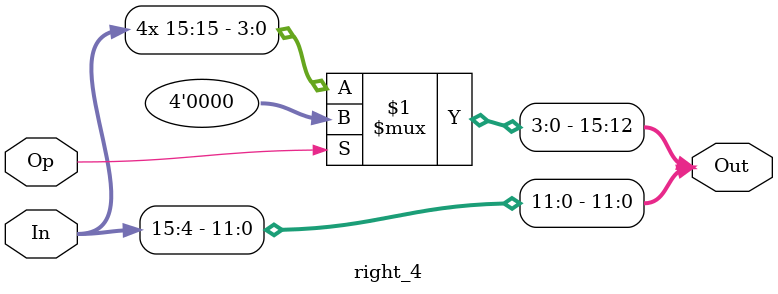
<source format=v>
/*
    shift right 4 bit
*/
module right_4 (In, Op, Out);
    parameter   N = 16;
    
    input [N-1:0]  In;
    input Op;
    output [N-1:0] Out;
    
    assign Out[15:12] = Op ? 4'b0 : {4{In[15]}};
    assign Out[11:0] = In[15:4];
endmodule
</source>
